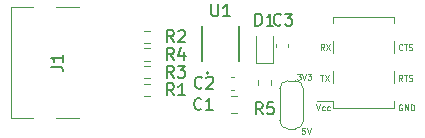
<source format=gbr>
%TF.GenerationSoftware,KiCad,Pcbnew,7.0.5*%
%TF.CreationDate,2023-07-02T14:02:18+02:00*%
%TF.ProjectId,usb_to_serial_converter,7573625f-746f-45f7-9365-7269616c5f63,rev?*%
%TF.SameCoordinates,Original*%
%TF.FileFunction,Legend,Top*%
%TF.FilePolarity,Positive*%
%FSLAX46Y46*%
G04 Gerber Fmt 4.6, Leading zero omitted, Abs format (unit mm)*
G04 Created by KiCad (PCBNEW 7.0.5) date 2023-07-02 14:02:18*
%MOMM*%
%LPD*%
G01*
G04 APERTURE LIST*
%ADD10C,0.125000*%
%ADD11C,0.150000*%
%ADD12C,0.120000*%
%ADD13C,0.127000*%
%ADD14C,0.200000*%
G04 APERTURE END LIST*
D10*
X140186997Y-82432309D02*
X140020331Y-82194214D01*
X139901283Y-82432309D02*
X139901283Y-81932309D01*
X139901283Y-81932309D02*
X140091759Y-81932309D01*
X140091759Y-81932309D02*
X140139378Y-81956119D01*
X140139378Y-81956119D02*
X140163188Y-81979928D01*
X140163188Y-81979928D02*
X140186997Y-82027547D01*
X140186997Y-82027547D02*
X140186997Y-82098976D01*
X140186997Y-82098976D02*
X140163188Y-82146595D01*
X140163188Y-82146595D02*
X140139378Y-82170404D01*
X140139378Y-82170404D02*
X140091759Y-82194214D01*
X140091759Y-82194214D02*
X139901283Y-82194214D01*
X140329855Y-81932309D02*
X140615569Y-81932309D01*
X140472712Y-82432309D02*
X140472712Y-81932309D01*
X140758426Y-82408500D02*
X140829854Y-82432309D01*
X140829854Y-82432309D02*
X140948902Y-82432309D01*
X140948902Y-82432309D02*
X140996521Y-82408500D01*
X140996521Y-82408500D02*
X141020330Y-82384690D01*
X141020330Y-82384690D02*
X141044140Y-82337071D01*
X141044140Y-82337071D02*
X141044140Y-82289452D01*
X141044140Y-82289452D02*
X141020330Y-82241833D01*
X141020330Y-82241833D02*
X140996521Y-82218023D01*
X140996521Y-82218023D02*
X140948902Y-82194214D01*
X140948902Y-82194214D02*
X140853664Y-82170404D01*
X140853664Y-82170404D02*
X140806045Y-82146595D01*
X140806045Y-82146595D02*
X140782235Y-82122785D01*
X140782235Y-82122785D02*
X140758426Y-82075166D01*
X140758426Y-82075166D02*
X140758426Y-82027547D01*
X140758426Y-82027547D02*
X140782235Y-81979928D01*
X140782235Y-81979928D02*
X140806045Y-81956119D01*
X140806045Y-81956119D02*
X140853664Y-81932309D01*
X140853664Y-81932309D02*
X140972711Y-81932309D01*
X140972711Y-81932309D02*
X141044140Y-81956119D01*
X140186997Y-79784690D02*
X140163188Y-79808500D01*
X140163188Y-79808500D02*
X140091759Y-79832309D01*
X140091759Y-79832309D02*
X140044140Y-79832309D01*
X140044140Y-79832309D02*
X139972712Y-79808500D01*
X139972712Y-79808500D02*
X139925093Y-79760880D01*
X139925093Y-79760880D02*
X139901283Y-79713261D01*
X139901283Y-79713261D02*
X139877474Y-79618023D01*
X139877474Y-79618023D02*
X139877474Y-79546595D01*
X139877474Y-79546595D02*
X139901283Y-79451357D01*
X139901283Y-79451357D02*
X139925093Y-79403738D01*
X139925093Y-79403738D02*
X139972712Y-79356119D01*
X139972712Y-79356119D02*
X140044140Y-79332309D01*
X140044140Y-79332309D02*
X140091759Y-79332309D01*
X140091759Y-79332309D02*
X140163188Y-79356119D01*
X140163188Y-79356119D02*
X140186997Y-79379928D01*
X140329855Y-79332309D02*
X140615569Y-79332309D01*
X140472712Y-79832309D02*
X140472712Y-79332309D01*
X140758426Y-79808500D02*
X140829854Y-79832309D01*
X140829854Y-79832309D02*
X140948902Y-79832309D01*
X140948902Y-79832309D02*
X140996521Y-79808500D01*
X140996521Y-79808500D02*
X141020330Y-79784690D01*
X141020330Y-79784690D02*
X141044140Y-79737071D01*
X141044140Y-79737071D02*
X141044140Y-79689452D01*
X141044140Y-79689452D02*
X141020330Y-79641833D01*
X141020330Y-79641833D02*
X140996521Y-79618023D01*
X140996521Y-79618023D02*
X140948902Y-79594214D01*
X140948902Y-79594214D02*
X140853664Y-79570404D01*
X140853664Y-79570404D02*
X140806045Y-79546595D01*
X140806045Y-79546595D02*
X140782235Y-79522785D01*
X140782235Y-79522785D02*
X140758426Y-79475166D01*
X140758426Y-79475166D02*
X140758426Y-79427547D01*
X140758426Y-79427547D02*
X140782235Y-79379928D01*
X140782235Y-79379928D02*
X140806045Y-79356119D01*
X140806045Y-79356119D02*
X140853664Y-79332309D01*
X140853664Y-79332309D02*
X140972711Y-79332309D01*
X140972711Y-79332309D02*
X141044140Y-79356119D01*
X131939378Y-86432309D02*
X131701283Y-86432309D01*
X131701283Y-86432309D02*
X131677474Y-86670404D01*
X131677474Y-86670404D02*
X131701283Y-86646595D01*
X131701283Y-86646595D02*
X131748902Y-86622785D01*
X131748902Y-86622785D02*
X131867950Y-86622785D01*
X131867950Y-86622785D02*
X131915569Y-86646595D01*
X131915569Y-86646595D02*
X131939378Y-86670404D01*
X131939378Y-86670404D02*
X131963188Y-86718023D01*
X131963188Y-86718023D02*
X131963188Y-86837071D01*
X131963188Y-86837071D02*
X131939378Y-86884690D01*
X131939378Y-86884690D02*
X131915569Y-86908500D01*
X131915569Y-86908500D02*
X131867950Y-86932309D01*
X131867950Y-86932309D02*
X131748902Y-86932309D01*
X131748902Y-86932309D02*
X131701283Y-86908500D01*
X131701283Y-86908500D02*
X131677474Y-86884690D01*
X132106045Y-86432309D02*
X132272711Y-86932309D01*
X132272711Y-86932309D02*
X132439378Y-86432309D01*
X140163188Y-84456119D02*
X140115569Y-84432309D01*
X140115569Y-84432309D02*
X140044140Y-84432309D01*
X140044140Y-84432309D02*
X139972712Y-84456119D01*
X139972712Y-84456119D02*
X139925093Y-84503738D01*
X139925093Y-84503738D02*
X139901283Y-84551357D01*
X139901283Y-84551357D02*
X139877474Y-84646595D01*
X139877474Y-84646595D02*
X139877474Y-84718023D01*
X139877474Y-84718023D02*
X139901283Y-84813261D01*
X139901283Y-84813261D02*
X139925093Y-84860880D01*
X139925093Y-84860880D02*
X139972712Y-84908500D01*
X139972712Y-84908500D02*
X140044140Y-84932309D01*
X140044140Y-84932309D02*
X140091759Y-84932309D01*
X140091759Y-84932309D02*
X140163188Y-84908500D01*
X140163188Y-84908500D02*
X140186997Y-84884690D01*
X140186997Y-84884690D02*
X140186997Y-84718023D01*
X140186997Y-84718023D02*
X140091759Y-84718023D01*
X140401283Y-84932309D02*
X140401283Y-84432309D01*
X140401283Y-84432309D02*
X140686997Y-84932309D01*
X140686997Y-84932309D02*
X140686997Y-84432309D01*
X140925093Y-84932309D02*
X140925093Y-84432309D01*
X140925093Y-84432309D02*
X141044141Y-84432309D01*
X141044141Y-84432309D02*
X141115569Y-84456119D01*
X141115569Y-84456119D02*
X141163188Y-84503738D01*
X141163188Y-84503738D02*
X141186998Y-84551357D01*
X141186998Y-84551357D02*
X141210807Y-84646595D01*
X141210807Y-84646595D02*
X141210807Y-84718023D01*
X141210807Y-84718023D02*
X141186998Y-84813261D01*
X141186998Y-84813261D02*
X141163188Y-84860880D01*
X141163188Y-84860880D02*
X141115569Y-84908500D01*
X141115569Y-84908500D02*
X141044141Y-84932309D01*
X141044141Y-84932309D02*
X140925093Y-84932309D01*
X133229855Y-81932309D02*
X133515569Y-81932309D01*
X133372712Y-82432309D02*
X133372712Y-81932309D01*
X133634616Y-81932309D02*
X133967949Y-82432309D01*
X133967949Y-81932309D02*
X133634616Y-82432309D01*
X131273664Y-81842309D02*
X131583188Y-81842309D01*
X131583188Y-81842309D02*
X131416521Y-82032785D01*
X131416521Y-82032785D02*
X131487950Y-82032785D01*
X131487950Y-82032785D02*
X131535569Y-82056595D01*
X131535569Y-82056595D02*
X131559378Y-82080404D01*
X131559378Y-82080404D02*
X131583188Y-82128023D01*
X131583188Y-82128023D02*
X131583188Y-82247071D01*
X131583188Y-82247071D02*
X131559378Y-82294690D01*
X131559378Y-82294690D02*
X131535569Y-82318500D01*
X131535569Y-82318500D02*
X131487950Y-82342309D01*
X131487950Y-82342309D02*
X131345093Y-82342309D01*
X131345093Y-82342309D02*
X131297474Y-82318500D01*
X131297474Y-82318500D02*
X131273664Y-82294690D01*
X131726045Y-81842309D02*
X131892711Y-82342309D01*
X131892711Y-82342309D02*
X132059378Y-81842309D01*
X132178425Y-81842309D02*
X132487949Y-81842309D01*
X132487949Y-81842309D02*
X132321282Y-82032785D01*
X132321282Y-82032785D02*
X132392711Y-82032785D01*
X132392711Y-82032785D02*
X132440330Y-82056595D01*
X132440330Y-82056595D02*
X132464139Y-82080404D01*
X132464139Y-82080404D02*
X132487949Y-82128023D01*
X132487949Y-82128023D02*
X132487949Y-82247071D01*
X132487949Y-82247071D02*
X132464139Y-82294690D01*
X132464139Y-82294690D02*
X132440330Y-82318500D01*
X132440330Y-82318500D02*
X132392711Y-82342309D01*
X132392711Y-82342309D02*
X132249854Y-82342309D01*
X132249854Y-82342309D02*
X132202235Y-82318500D01*
X132202235Y-82318500D02*
X132178425Y-82294690D01*
X132929855Y-84432309D02*
X133096521Y-84932309D01*
X133096521Y-84932309D02*
X133263188Y-84432309D01*
X133644140Y-84908500D02*
X133596521Y-84932309D01*
X133596521Y-84932309D02*
X133501283Y-84932309D01*
X133501283Y-84932309D02*
X133453664Y-84908500D01*
X133453664Y-84908500D02*
X133429854Y-84884690D01*
X133429854Y-84884690D02*
X133406045Y-84837071D01*
X133406045Y-84837071D02*
X133406045Y-84694214D01*
X133406045Y-84694214D02*
X133429854Y-84646595D01*
X133429854Y-84646595D02*
X133453664Y-84622785D01*
X133453664Y-84622785D02*
X133501283Y-84598976D01*
X133501283Y-84598976D02*
X133596521Y-84598976D01*
X133596521Y-84598976D02*
X133644140Y-84622785D01*
X134072711Y-84908500D02*
X134025092Y-84932309D01*
X134025092Y-84932309D02*
X133929854Y-84932309D01*
X133929854Y-84932309D02*
X133882235Y-84908500D01*
X133882235Y-84908500D02*
X133858425Y-84884690D01*
X133858425Y-84884690D02*
X133834616Y-84837071D01*
X133834616Y-84837071D02*
X133834616Y-84694214D01*
X133834616Y-84694214D02*
X133858425Y-84646595D01*
X133858425Y-84646595D02*
X133882235Y-84622785D01*
X133882235Y-84622785D02*
X133929854Y-84598976D01*
X133929854Y-84598976D02*
X134025092Y-84598976D01*
X134025092Y-84598976D02*
X134072711Y-84622785D01*
X133586997Y-79832309D02*
X133420331Y-79594214D01*
X133301283Y-79832309D02*
X133301283Y-79332309D01*
X133301283Y-79332309D02*
X133491759Y-79332309D01*
X133491759Y-79332309D02*
X133539378Y-79356119D01*
X133539378Y-79356119D02*
X133563188Y-79379928D01*
X133563188Y-79379928D02*
X133586997Y-79427547D01*
X133586997Y-79427547D02*
X133586997Y-79498976D01*
X133586997Y-79498976D02*
X133563188Y-79546595D01*
X133563188Y-79546595D02*
X133539378Y-79570404D01*
X133539378Y-79570404D02*
X133491759Y-79594214D01*
X133491759Y-79594214D02*
X133301283Y-79594214D01*
X133753664Y-79332309D02*
X134086997Y-79832309D01*
X134086997Y-79332309D02*
X133753664Y-79832309D01*
D11*
%TO.C,R2*%
X120858333Y-79154819D02*
X120525000Y-78678628D01*
X120286905Y-79154819D02*
X120286905Y-78154819D01*
X120286905Y-78154819D02*
X120667857Y-78154819D01*
X120667857Y-78154819D02*
X120763095Y-78202438D01*
X120763095Y-78202438D02*
X120810714Y-78250057D01*
X120810714Y-78250057D02*
X120858333Y-78345295D01*
X120858333Y-78345295D02*
X120858333Y-78488152D01*
X120858333Y-78488152D02*
X120810714Y-78583390D01*
X120810714Y-78583390D02*
X120763095Y-78631009D01*
X120763095Y-78631009D02*
X120667857Y-78678628D01*
X120667857Y-78678628D02*
X120286905Y-78678628D01*
X121239286Y-78250057D02*
X121286905Y-78202438D01*
X121286905Y-78202438D02*
X121382143Y-78154819D01*
X121382143Y-78154819D02*
X121620238Y-78154819D01*
X121620238Y-78154819D02*
X121715476Y-78202438D01*
X121715476Y-78202438D02*
X121763095Y-78250057D01*
X121763095Y-78250057D02*
X121810714Y-78345295D01*
X121810714Y-78345295D02*
X121810714Y-78440533D01*
X121810714Y-78440533D02*
X121763095Y-78583390D01*
X121763095Y-78583390D02*
X121191667Y-79154819D01*
X121191667Y-79154819D02*
X121810714Y-79154819D01*
%TO.C,C2*%
X123233333Y-82989580D02*
X123185714Y-83037200D01*
X123185714Y-83037200D02*
X123042857Y-83084819D01*
X123042857Y-83084819D02*
X122947619Y-83084819D01*
X122947619Y-83084819D02*
X122804762Y-83037200D01*
X122804762Y-83037200D02*
X122709524Y-82941961D01*
X122709524Y-82941961D02*
X122661905Y-82846723D01*
X122661905Y-82846723D02*
X122614286Y-82656247D01*
X122614286Y-82656247D02*
X122614286Y-82513390D01*
X122614286Y-82513390D02*
X122661905Y-82322914D01*
X122661905Y-82322914D02*
X122709524Y-82227676D01*
X122709524Y-82227676D02*
X122804762Y-82132438D01*
X122804762Y-82132438D02*
X122947619Y-82084819D01*
X122947619Y-82084819D02*
X123042857Y-82084819D01*
X123042857Y-82084819D02*
X123185714Y-82132438D01*
X123185714Y-82132438D02*
X123233333Y-82180057D01*
X123614286Y-82180057D02*
X123661905Y-82132438D01*
X123661905Y-82132438D02*
X123757143Y-82084819D01*
X123757143Y-82084819D02*
X123995238Y-82084819D01*
X123995238Y-82084819D02*
X124090476Y-82132438D01*
X124090476Y-82132438D02*
X124138095Y-82180057D01*
X124138095Y-82180057D02*
X124185714Y-82275295D01*
X124185714Y-82275295D02*
X124185714Y-82370533D01*
X124185714Y-82370533D02*
X124138095Y-82513390D01*
X124138095Y-82513390D02*
X123566667Y-83084819D01*
X123566667Y-83084819D02*
X124185714Y-83084819D01*
%TO.C,R4*%
X120858333Y-80654819D02*
X120525000Y-80178628D01*
X120286905Y-80654819D02*
X120286905Y-79654819D01*
X120286905Y-79654819D02*
X120667857Y-79654819D01*
X120667857Y-79654819D02*
X120763095Y-79702438D01*
X120763095Y-79702438D02*
X120810714Y-79750057D01*
X120810714Y-79750057D02*
X120858333Y-79845295D01*
X120858333Y-79845295D02*
X120858333Y-79988152D01*
X120858333Y-79988152D02*
X120810714Y-80083390D01*
X120810714Y-80083390D02*
X120763095Y-80131009D01*
X120763095Y-80131009D02*
X120667857Y-80178628D01*
X120667857Y-80178628D02*
X120286905Y-80178628D01*
X121715476Y-79988152D02*
X121715476Y-80654819D01*
X121477381Y-79607200D02*
X121239286Y-80321485D01*
X121239286Y-80321485D02*
X121858333Y-80321485D01*
%TO.C,J1*%
X110454819Y-81233333D02*
X111169104Y-81233333D01*
X111169104Y-81233333D02*
X111311961Y-81280952D01*
X111311961Y-81280952D02*
X111407200Y-81376190D01*
X111407200Y-81376190D02*
X111454819Y-81519047D01*
X111454819Y-81519047D02*
X111454819Y-81614285D01*
X111454819Y-80233333D02*
X111454819Y-80804761D01*
X111454819Y-80519047D02*
X110454819Y-80519047D01*
X110454819Y-80519047D02*
X110597676Y-80614285D01*
X110597676Y-80614285D02*
X110692914Y-80709523D01*
X110692914Y-80709523D02*
X110740533Y-80804761D01*
%TO.C,C3*%
X129933333Y-77659580D02*
X129885714Y-77707200D01*
X129885714Y-77707200D02*
X129742857Y-77754819D01*
X129742857Y-77754819D02*
X129647619Y-77754819D01*
X129647619Y-77754819D02*
X129504762Y-77707200D01*
X129504762Y-77707200D02*
X129409524Y-77611961D01*
X129409524Y-77611961D02*
X129361905Y-77516723D01*
X129361905Y-77516723D02*
X129314286Y-77326247D01*
X129314286Y-77326247D02*
X129314286Y-77183390D01*
X129314286Y-77183390D02*
X129361905Y-76992914D01*
X129361905Y-76992914D02*
X129409524Y-76897676D01*
X129409524Y-76897676D02*
X129504762Y-76802438D01*
X129504762Y-76802438D02*
X129647619Y-76754819D01*
X129647619Y-76754819D02*
X129742857Y-76754819D01*
X129742857Y-76754819D02*
X129885714Y-76802438D01*
X129885714Y-76802438D02*
X129933333Y-76850057D01*
X130266667Y-76754819D02*
X130885714Y-76754819D01*
X130885714Y-76754819D02*
X130552381Y-77135771D01*
X130552381Y-77135771D02*
X130695238Y-77135771D01*
X130695238Y-77135771D02*
X130790476Y-77183390D01*
X130790476Y-77183390D02*
X130838095Y-77231009D01*
X130838095Y-77231009D02*
X130885714Y-77326247D01*
X130885714Y-77326247D02*
X130885714Y-77564342D01*
X130885714Y-77564342D02*
X130838095Y-77659580D01*
X130838095Y-77659580D02*
X130790476Y-77707200D01*
X130790476Y-77707200D02*
X130695238Y-77754819D01*
X130695238Y-77754819D02*
X130409524Y-77754819D01*
X130409524Y-77754819D02*
X130314286Y-77707200D01*
X130314286Y-77707200D02*
X130266667Y-77659580D01*
%TO.C,R5*%
X128378333Y-85254819D02*
X128045000Y-84778628D01*
X127806905Y-85254819D02*
X127806905Y-84254819D01*
X127806905Y-84254819D02*
X128187857Y-84254819D01*
X128187857Y-84254819D02*
X128283095Y-84302438D01*
X128283095Y-84302438D02*
X128330714Y-84350057D01*
X128330714Y-84350057D02*
X128378333Y-84445295D01*
X128378333Y-84445295D02*
X128378333Y-84588152D01*
X128378333Y-84588152D02*
X128330714Y-84683390D01*
X128330714Y-84683390D02*
X128283095Y-84731009D01*
X128283095Y-84731009D02*
X128187857Y-84778628D01*
X128187857Y-84778628D02*
X127806905Y-84778628D01*
X129283095Y-84254819D02*
X128806905Y-84254819D01*
X128806905Y-84254819D02*
X128759286Y-84731009D01*
X128759286Y-84731009D02*
X128806905Y-84683390D01*
X128806905Y-84683390D02*
X128902143Y-84635771D01*
X128902143Y-84635771D02*
X129140238Y-84635771D01*
X129140238Y-84635771D02*
X129235476Y-84683390D01*
X129235476Y-84683390D02*
X129283095Y-84731009D01*
X129283095Y-84731009D02*
X129330714Y-84826247D01*
X129330714Y-84826247D02*
X129330714Y-85064342D01*
X129330714Y-85064342D02*
X129283095Y-85159580D01*
X129283095Y-85159580D02*
X129235476Y-85207200D01*
X129235476Y-85207200D02*
X129140238Y-85254819D01*
X129140238Y-85254819D02*
X128902143Y-85254819D01*
X128902143Y-85254819D02*
X128806905Y-85207200D01*
X128806905Y-85207200D02*
X128759286Y-85159580D01*
%TO.C,R1*%
X120858333Y-83654819D02*
X120525000Y-83178628D01*
X120286905Y-83654819D02*
X120286905Y-82654819D01*
X120286905Y-82654819D02*
X120667857Y-82654819D01*
X120667857Y-82654819D02*
X120763095Y-82702438D01*
X120763095Y-82702438D02*
X120810714Y-82750057D01*
X120810714Y-82750057D02*
X120858333Y-82845295D01*
X120858333Y-82845295D02*
X120858333Y-82988152D01*
X120858333Y-82988152D02*
X120810714Y-83083390D01*
X120810714Y-83083390D02*
X120763095Y-83131009D01*
X120763095Y-83131009D02*
X120667857Y-83178628D01*
X120667857Y-83178628D02*
X120286905Y-83178628D01*
X121810714Y-83654819D02*
X121239286Y-83654819D01*
X121525000Y-83654819D02*
X121525000Y-82654819D01*
X121525000Y-82654819D02*
X121429762Y-82797676D01*
X121429762Y-82797676D02*
X121334524Y-82892914D01*
X121334524Y-82892914D02*
X121239286Y-82940533D01*
%TO.C,U1*%
X124038095Y-75954819D02*
X124038095Y-76764342D01*
X124038095Y-76764342D02*
X124085714Y-76859580D01*
X124085714Y-76859580D02*
X124133333Y-76907200D01*
X124133333Y-76907200D02*
X124228571Y-76954819D01*
X124228571Y-76954819D02*
X124419047Y-76954819D01*
X124419047Y-76954819D02*
X124514285Y-76907200D01*
X124514285Y-76907200D02*
X124561904Y-76859580D01*
X124561904Y-76859580D02*
X124609523Y-76764342D01*
X124609523Y-76764342D02*
X124609523Y-75954819D01*
X125609523Y-76954819D02*
X125038095Y-76954819D01*
X125323809Y-76954819D02*
X125323809Y-75954819D01*
X125323809Y-75954819D02*
X125228571Y-76097676D01*
X125228571Y-76097676D02*
X125133333Y-76192914D01*
X125133333Y-76192914D02*
X125038095Y-76240533D01*
%TO.C,R3*%
X120858333Y-82154819D02*
X120525000Y-81678628D01*
X120286905Y-82154819D02*
X120286905Y-81154819D01*
X120286905Y-81154819D02*
X120667857Y-81154819D01*
X120667857Y-81154819D02*
X120763095Y-81202438D01*
X120763095Y-81202438D02*
X120810714Y-81250057D01*
X120810714Y-81250057D02*
X120858333Y-81345295D01*
X120858333Y-81345295D02*
X120858333Y-81488152D01*
X120858333Y-81488152D02*
X120810714Y-81583390D01*
X120810714Y-81583390D02*
X120763095Y-81631009D01*
X120763095Y-81631009D02*
X120667857Y-81678628D01*
X120667857Y-81678628D02*
X120286905Y-81678628D01*
X121191667Y-81154819D02*
X121810714Y-81154819D01*
X121810714Y-81154819D02*
X121477381Y-81535771D01*
X121477381Y-81535771D02*
X121620238Y-81535771D01*
X121620238Y-81535771D02*
X121715476Y-81583390D01*
X121715476Y-81583390D02*
X121763095Y-81631009D01*
X121763095Y-81631009D02*
X121810714Y-81726247D01*
X121810714Y-81726247D02*
X121810714Y-81964342D01*
X121810714Y-81964342D02*
X121763095Y-82059580D01*
X121763095Y-82059580D02*
X121715476Y-82107200D01*
X121715476Y-82107200D02*
X121620238Y-82154819D01*
X121620238Y-82154819D02*
X121334524Y-82154819D01*
X121334524Y-82154819D02*
X121239286Y-82107200D01*
X121239286Y-82107200D02*
X121191667Y-82059580D01*
%TO.C,D1*%
X127761905Y-77754819D02*
X127761905Y-76754819D01*
X127761905Y-76754819D02*
X128000000Y-76754819D01*
X128000000Y-76754819D02*
X128142857Y-76802438D01*
X128142857Y-76802438D02*
X128238095Y-76897676D01*
X128238095Y-76897676D02*
X128285714Y-76992914D01*
X128285714Y-76992914D02*
X128333333Y-77183390D01*
X128333333Y-77183390D02*
X128333333Y-77326247D01*
X128333333Y-77326247D02*
X128285714Y-77516723D01*
X128285714Y-77516723D02*
X128238095Y-77611961D01*
X128238095Y-77611961D02*
X128142857Y-77707200D01*
X128142857Y-77707200D02*
X128000000Y-77754819D01*
X128000000Y-77754819D02*
X127761905Y-77754819D01*
X129285714Y-77754819D02*
X128714286Y-77754819D01*
X129000000Y-77754819D02*
X129000000Y-76754819D01*
X129000000Y-76754819D02*
X128904762Y-76897676D01*
X128904762Y-76897676D02*
X128809524Y-76992914D01*
X128809524Y-76992914D02*
X128714286Y-77040533D01*
%TO.C,C1*%
X123178333Y-84789580D02*
X123130714Y-84837200D01*
X123130714Y-84837200D02*
X122987857Y-84884819D01*
X122987857Y-84884819D02*
X122892619Y-84884819D01*
X122892619Y-84884819D02*
X122749762Y-84837200D01*
X122749762Y-84837200D02*
X122654524Y-84741961D01*
X122654524Y-84741961D02*
X122606905Y-84646723D01*
X122606905Y-84646723D02*
X122559286Y-84456247D01*
X122559286Y-84456247D02*
X122559286Y-84313390D01*
X122559286Y-84313390D02*
X122606905Y-84122914D01*
X122606905Y-84122914D02*
X122654524Y-84027676D01*
X122654524Y-84027676D02*
X122749762Y-83932438D01*
X122749762Y-83932438D02*
X122892619Y-83884819D01*
X122892619Y-83884819D02*
X122987857Y-83884819D01*
X122987857Y-83884819D02*
X123130714Y-83932438D01*
X123130714Y-83932438D02*
X123178333Y-83980057D01*
X124130714Y-84884819D02*
X123559286Y-84884819D01*
X123845000Y-84884819D02*
X123845000Y-83884819D01*
X123845000Y-83884819D02*
X123749762Y-84027676D01*
X123749762Y-84027676D02*
X123654524Y-84122914D01*
X123654524Y-84122914D02*
X123559286Y-84170533D01*
D12*
%TO.C,R2*%
X118362742Y-78177500D02*
X118837258Y-78177500D01*
X118362742Y-79222500D02*
X118837258Y-79222500D01*
%TO.C,JP1*%
X131120000Y-86510000D02*
X130520000Y-86510000D01*
X129820000Y-85860000D02*
X129820000Y-83060000D01*
X131820000Y-83060000D02*
X131820000Y-85860000D01*
X130520000Y-82410000D02*
X131120000Y-82410000D01*
X129820000Y-85810000D02*
G75*
G03*
X130520000Y-86510000I699999J-1D01*
G01*
X131120000Y-86510000D02*
G75*
G03*
X131820000Y-85810000I1J699999D01*
G01*
X130520000Y-82410000D02*
G75*
G03*
X129820000Y-83110000I0J-700000D01*
G01*
X131820000Y-83110000D02*
G75*
G03*
X131120000Y-82410000I-700000J0D01*
G01*
%TO.C,J3*%
X139520000Y-84730000D02*
X139520000Y-84160000D01*
X139520000Y-84730000D02*
X134320000Y-84730000D01*
X139520000Y-82640000D02*
X139520000Y-81620000D01*
X139520000Y-80100000D02*
X139520000Y-79080000D01*
X139520000Y-77560000D02*
X139520000Y-76990000D01*
X139520000Y-76990000D02*
X134320000Y-76990000D01*
X134320000Y-84730000D02*
X134320000Y-84160000D01*
X134320000Y-84160000D02*
X132960000Y-84160000D01*
X134320000Y-82640000D02*
X134320000Y-81620000D01*
X134320000Y-80100000D02*
X134320000Y-79080000D01*
X134320000Y-77560000D02*
X134320000Y-76990000D01*
%TO.C,C2*%
X125679420Y-82150000D02*
X125960580Y-82150000D01*
X125679420Y-83170000D02*
X125960580Y-83170000D01*
%TO.C,R4*%
X118362742Y-79677500D02*
X118837258Y-79677500D01*
X118362742Y-80722500D02*
X118837258Y-80722500D01*
%TO.C,J1*%
X112855000Y-76200000D02*
X110855000Y-76200000D01*
X108955000Y-76200000D02*
X107055000Y-76200000D01*
X107055000Y-76200000D02*
X107055000Y-85600000D01*
X112855000Y-85600000D02*
X110855000Y-85600000D01*
X108955000Y-85600000D02*
X107055000Y-85600000D01*
%TO.C,C3*%
X130530000Y-79319420D02*
X130530000Y-79600580D01*
X129510000Y-79319420D02*
X129510000Y-79600580D01*
%TO.C,R5*%
X129042500Y-82322742D02*
X129042500Y-82797258D01*
X127997500Y-82322742D02*
X127997500Y-82797258D01*
%TO.C,R1*%
X118362742Y-82677500D02*
X118837258Y-82677500D01*
X118362742Y-83722500D02*
X118837258Y-83722500D01*
D13*
%TO.C,U1*%
X123275000Y-80795000D02*
X123275000Y-77795000D01*
X126415000Y-80795000D02*
X126415000Y-77795000D01*
D14*
X123820000Y-81770000D02*
G75*
G03*
X123820000Y-81770000I-100000J0D01*
G01*
D12*
%TO.C,R3*%
X118362742Y-81177500D02*
X118837258Y-81177500D01*
X118362742Y-82222500D02*
X118837258Y-82222500D01*
%TO.C,D1*%
X127785000Y-80945000D02*
X129255000Y-80945000D01*
X129255000Y-80945000D02*
X129255000Y-78660000D01*
X127785000Y-78660000D02*
X127785000Y-80945000D01*
%TO.C,C1*%
X125708748Y-83725000D02*
X126231252Y-83725000D01*
X125708748Y-85195000D02*
X126231252Y-85195000D01*
%TD*%
M02*

</source>
